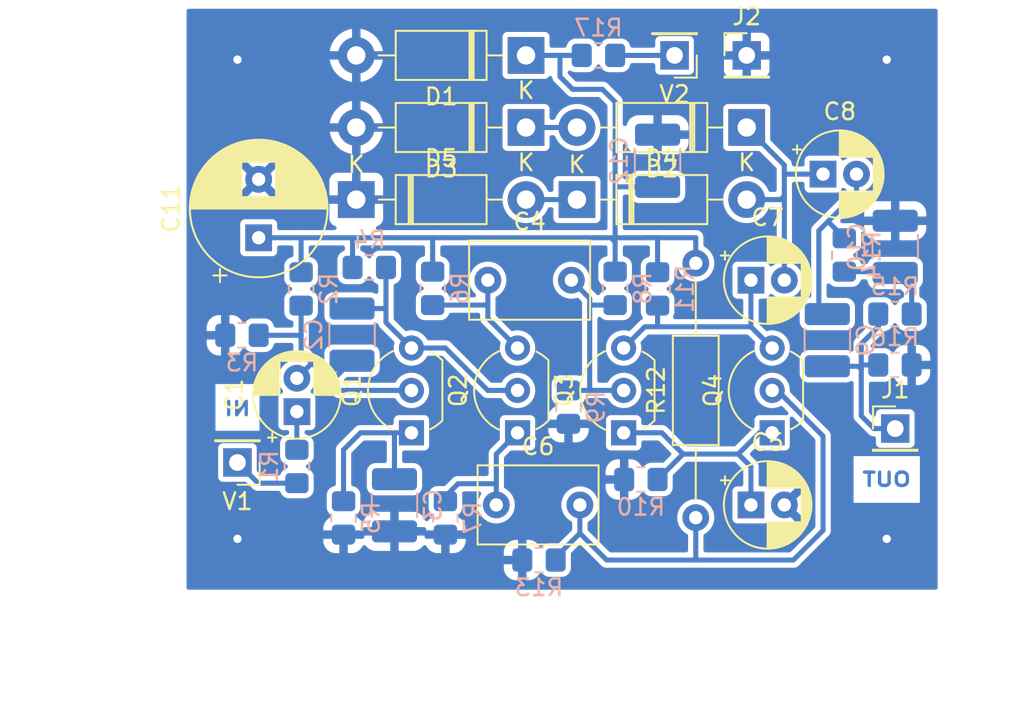
<source format=kicad_pcb>
(kicad_pcb (version 20211014) (generator pcbnew)
  (layers (0 "F.Cu" signal) (31 "B.Cu" signal) (34 "B.Paste" user) (35 "F.Paste" user) (36 "B.SilkS" user "B.Silkscreen") (37 "F.SilkS" user "F.Silkscreen") (38 "B.Mask" user) (39 "F.Mask" user) (44 "Edge.Cuts" user))
  (net 0 "")
  (net 1 "Net-(C1-Pad2)")
  (net 2 "Net-(C1-Pad1)")
  (net 3 "Net-(C2-Pad1)")
  (net 4 "Net-(C3-Pad2)")
  (net 5 "GND")
  (net 6 "Net-(C4-Pad2)")
  (net 7 "Net-(C4-Pad1)")
  (net 8 "Net-(C5-Pad1)")
  (net 9 "Net-(C6-Pad2)")
  (net 10 "Net-(C6-Pad1)")
  (net 11 "MID")
  (net 12 "Net-(C7-Pad1)")
  (net 13 "Net-(C8-Pad2)")
  (net 14 "OUT")
  (net 15 "Net-(C10-Pad2)")
  (net 16 "IN")
  (net 17 "+9V")
  (net 18 "SUPPLY")
  (net 19 "Net-(D2-Pad2)")
  (net 20 "Net-(D4-Pad1)")
  (footprint "Capacitor_THT:CP_Radial_D5.0mm_P2.00mm" (layer "F.Cu") (at 36.83 51.308 90)
    (fp_text reference "C1" (at 1 -3.75 90) (layer "F.SilkS"))
    (fp_text value "10u")
    (pad "1" thru_hole rect locked (at 0 0 90) (size 1.6 1.6) (drill 0.8) (layers *.Cu *.Mask) (net 2 "Net-(C1-Pad1)"))
    (pad "2" thru_hole circle locked (at 2 0 90) (size 1.6 1.6) (drill 0.8) (layers *.Cu *.Mask) (net 1 "Net-(C1-Pad2)"))
  )
  (footprint "Capacitor_THT:C_Rect_L7.0mm_W4.5mm_P5.00mm" (layer "F.Cu") (at 48.26 43.434)
    (fp_text reference "C4" (at 2.5 -3.5) (layer "F.SilkS"))
    (fp_text value "1u")
    (pad "1" thru_hole circle locked (at 0 0) (size 1.6 1.6) (drill 0.8) (layers *.Cu *.Mask) (net 7 "Net-(C4-Pad1)"))
    (pad "2" thru_hole circle locked (at 5 0) (size 1.6 1.6) (drill 0.8) (layers *.Cu *.Mask) (net 6 "Net-(C4-Pad2)"))
  )
  (footprint "Capacitor_THT:CP_Radial_D5.0mm_P2.00mm" (layer "F.Cu") (at 64.008 56.896)
    (fp_text reference "C5" (at 1 -3.75) (layer "F.SilkS"))
    (fp_text value "10u")
    (pad "1" thru_hole rect locked (at 0 0) (size 1.6 1.6) (drill 0.8) (layers *.Cu *.Mask) (net 8 "Net-(C5-Pad1)"))
    (pad "2" thru_hole circle locked (at 2 0) (size 1.6 1.6) (drill 0.8) (layers *.Cu *.Mask) (net 5 "GND"))
  )
  (footprint "Capacitor_THT:C_Rect_L7.0mm_W4.5mm_P5.00mm" (layer "F.Cu") (at 48.768 56.896)
    (fp_text reference "C6" (at 2.5 -3.5) (layer "F.SilkS"))
    (fp_text value "1u")
    (pad "1" thru_hole circle locked (at 0 0) (size 1.6 1.6) (drill 0.8) (layers *.Cu *.Mask) (net 10 "Net-(C6-Pad1)"))
    (pad "2" thru_hole circle locked (at 5 0) (size 1.6 1.6) (drill 0.8) (layers *.Cu *.Mask) (net 9 "Net-(C6-Pad2)"))
  )
  (footprint "Capacitor_THT:CP_Radial_D5.0mm_P2.00mm" (layer "F.Cu") (at 64.008 43.434)
    (fp_text reference "C7" (at 1 -3.75) (layer "F.SilkS"))
    (fp_text value "10u")
    (pad "1" thru_hole rect locked (at 0 0) (size 1.6 1.6) (drill 0.8) (layers *.Cu *.Mask) (net 12 "Net-(C7-Pad1)"))
    (pad "2" thru_hole circle locked (at 2 0) (size 1.6 1.6) (drill 0.8) (layers *.Cu *.Mask) (net 11 "MID"))
  )
  (footprint "Capacitor_THT:CP_Radial_D5.0mm_P2.00mm" (layer "F.Cu") (at 68.326 37.084)
    (fp_text reference "C8" (at 1 -3.75) (layer "F.SilkS"))
    (fp_text value "10u")
    (pad "1" thru_hole rect locked (at 0 0) (size 1.6 1.6) (drill 0.8) (layers *.Cu *.Mask) (net 11 "MID"))
    (pad "2" thru_hole circle locked (at 2 0) (size 1.6 1.6) (drill 0.8) (layers *.Cu *.Mask) (net 13 "Net-(C8-Pad2)"))
  )
  (footprint "Package_TO_SOT_THT:TO-92_Inline_Wide" (layer "F.Cu") (at 43.688 52.578 90)
    (fp_text reference "Q1" (at 2.54 -3.56 90) (layer "F.SilkS"))
    (fp_text value "2N2219")
    (pad "1" thru_hole rect locked (at 0 0 90) (size 1.5 1.5) (drill 0.8) (layers *.Cu *.Mask) (net 4 "Net-(C3-Pad2)"))
    (pad "2" thru_hole circle locked (at 2.54 0 90) (size 1.5 1.5) (drill 0.8) (layers *.Cu *.Mask) (net 1 "Net-(C1-Pad2)"))
    (pad "3" thru_hole circle locked (at 5.08 0 90) (size 1.5 1.5) (drill 0.8) (layers *.Cu *.Mask) (net 3 "Net-(C2-Pad1)"))
  )
  (footprint "Package_TO_SOT_THT:TO-92_Inline_Wide" (layer "F.Cu") (at 50.038 52.578 90)
    (fp_text reference "Q2" (at 2.54 -3.56 90) (layer "F.SilkS"))
    (fp_text value "2N2219")
    (pad "1" thru_hole rect locked (at 0 0 90) (size 1.5 1.5) (drill 0.8) (layers *.Cu *.Mask) (net 10 "Net-(C6-Pad1)"))
    (pad "2" thru_hole circle locked (at 2.54 0 90) (size 1.5 1.5) (drill 0.8) (layers *.Cu *.Mask) (net 3 "Net-(C2-Pad1)"))
    (pad "3" thru_hole circle locked (at 5.08 0 90) (size 1.5 1.5) (drill 0.8) (layers *.Cu *.Mask) (net 7 "Net-(C4-Pad1)"))
  )
  (footprint "Package_TO_SOT_THT:TO-92_Inline_Wide" (layer "F.Cu") (at 56.388 52.578 90)
    (fp_text reference "Q3" (at 2.54 -3.56 90) (layer "F.SilkS"))
    (fp_text value "2N2219")
    (pad "1" thru_hole rect locked (at 0 0 90) (size 1.5 1.5) (drill 0.8) (layers *.Cu *.Mask) (net 8 "Net-(C5-Pad1)"))
    (pad "2" thru_hole circle locked (at 2.54 0 90) (size 1.5 1.5) (drill 0.8) (layers *.Cu *.Mask) (net 6 "Net-(C4-Pad2)"))
    (pad "3" thru_hole circle locked (at 5.08 0 90) (size 1.5 1.5) (drill 0.8) (layers *.Cu *.Mask) (net 12 "Net-(C7-Pad1)"))
  )
  (footprint "Package_TO_SOT_THT:TO-92_Inline_Wide" (layer "F.Cu") (at 65.278 52.578 90)
    (fp_text reference "Q4" (at 2.54 -3.56 90) (layer "F.SilkS"))
    (fp_text value "2N2219")
    (pad "1" thru_hole rect locked (at 0 0 90) (size 1.5 1.5) (drill 0.8) (layers *.Cu *.Mask) (net 8 "Net-(C5-Pad1)"))
    (pad "2" thru_hole circle locked (at 2.54 0 90) (size 1.5 1.5) (drill 0.8) (layers *.Cu *.Mask) (net 9 "Net-(C6-Pad2)"))
    (pad "3" thru_hole circle locked (at 5.08 0 90) (size 1.5 1.5) (drill 0.8) (layers *.Cu *.Mask) (net 12 "Net-(C7-Pad1)"))
  )
  (footprint "Resistor_THT:R_Axial_DIN0207_L6.3mm_D2.5mm_P15.24mm_Horizontal" (layer "F.Cu") (at 60.706 57.658 90)
    (fp_text reference "R12" (at 7.62 -2.37 270) (layer "F.SilkS"))
    (fp_text value "100k")
    (pad "1" thru_hole circle locked (at 0 0 90) (size 1.6 1.6) (drill 0.8) (layers *.Cu *.Mask) (net 9 "Net-(C6-Pad2)"))
    (pad "2" thru_hole oval locked (at 15.24 0 90) (size 1.6 1.6) (drill 0.8) (layers *.Cu *.Mask) (net 17 "+9V"))
  )
  (footprint "Connector_PinHeader_2.54mm:PinHeader_1x01_P2.54mm_Vertical" (layer "F.Cu") (at 59.436 29.972 180)
    (fp_text reference "V2" (at 0 -2.33) (layer "F.SilkS"))
    (fp_text value "VSOURCE")
    (pad "1" thru_hole rect locked (at 0 0 180) (size 1.7 1.7) (drill 1) (layers *.Cu *.Mask) (net 18 "SUPPLY"))
  )
  (footprint "Capacitor_THT:CP_Radial_D8.0mm_P3.50mm" (layer "F.Cu") (at 34.544 40.894 90)
    (fp_text reference "C11" (at 1.75 -5.25 90) (layer "F.SilkS"))
    (fp_text value "100u")
    (pad "1" thru_hole rect locked (at 0 0 90) (size 1.6 1.6) (drill 0.8) (layers *.Cu *.Mask) (net 17 "+9V"))
    (pad "2" thru_hole circle locked (at 3.5 0 90) (size 1.6 1.6) (drill 0.8) (layers *.Cu *.Mask) (net 5 "GND"))
  )
  (footprint "Connector_PinHeader_2.54mm:PinHeader_1x01_P2.54mm_Vertical" (layer "F.Cu") (at 72.644 52.324)
    (fp_text reference "J1" (at 0 -2.33) (layer "F.SilkS"))
    (fp_text value "Conn_01x01_Female")
    (pad "1" thru_hole rect locked (at 0 0) (size 1.7 1.7) (drill 1) (layers *.Cu *.Mask) (net 14 "OUT"))
  )
  (footprint "Connector_PinHeader_2.54mm:PinHeader_1x01_P2.54mm_Vertical" (layer "F.Cu") (at 33.274 54.356 180)
    (fp_text reference "V1" (at 0 -2.33) (layer "F.SilkS"))
    (fp_text value "VSOURCE")
    (pad "1" thru_hole rect locked (at 0 0 180) (size 1.7 1.7) (drill 1) (layers *.Cu *.Mask) (net 16 "IN"))
  )
  (footprint "Connector_PinHeader_2.54mm:PinHeader_1x01_P2.54mm_Vertical" (layer "F.Cu") (at 63.754 29.972)
    (fp_text reference "J2" (at 0 -2.33) (layer "F.SilkS"))
    (fp_text value "Conn_01x01_Female")
    (pad "1" thru_hole rect locked (at 0 0) (size 1.7 1.7) (drill 1) (layers *.Cu *.Mask) (net 5 "GND"))
  )
  (footprint "Diode_THT:D_DO-41_SOD81_P10.16mm_Horizontal" (layer "F.Cu") (at 50.546 29.972 180)
    (fp_text reference "D1" (at 5.08 -2.47) (layer "F.SilkS"))
    (fp_text value "1N4007")
    (fp_text user "K" (at 0 -2.1) (layer "F.SilkS"))
    (pad "1" thru_hole rect locked (at 0 0 180) (size 2.2 2.2) (drill 1.1) (layers *.Cu *.Mask) (net 17 "+9V"))
    (pad "2" thru_hole oval locked (at 10.16 0 180) (size 2.2 2.2) (drill 1.1) (layers *.Cu *.Mask) (net 5 "GND"))
  )
  (footprint "Diode_THT:D_DO-41_SOD81_P10.16mm_Horizontal" (layer "F.Cu") (at 63.754 34.29 180)
    (fp_text reference "D2" (at 5.08 -2.47) (layer "F.SilkS"))
    (fp_text value "1N4007")
    (fp_text user "K" (at 0 -2.1) (layer "F.SilkS"))
    (pad "1" thru_hole rect locked (at 0 0 180) (size 2.2 2.2) (drill 1.1) (layers *.Cu *.Mask) (net 11 "MID"))
    (pad "2" thru_hole oval locked (at 10.16 0 180) (size 2.2 2.2) (drill 1.1) (layers *.Cu *.Mask) (net 19 "Net-(D2-Pad2)"))
  )
  (footprint "Diode_THT:D_DO-41_SOD81_P10.16mm_Horizontal" (layer "F.Cu") (at 50.546 34.29 180)
    (fp_text reference "D3" (at 5.08 -2.47) (layer "F.SilkS"))
    (fp_text value "1N4007")
    (fp_text user "K" (at 0 -2.1) (layer "F.SilkS"))
    (pad "1" thru_hole rect locked (at 0 0 180) (size 2.2 2.2) (drill 1.1) (layers *.Cu *.Mask) (net 19 "Net-(D2-Pad2)"))
    (pad "2" thru_hole oval locked (at 10.16 0 180) (size 2.2 2.2) (drill 1.1) (layers *.Cu *.Mask) (net 5 "GND"))
  )
  (footprint "Diode_THT:D_DO-41_SOD81_P10.16mm_Horizontal" (layer "F.Cu") (at 40.386 38.608)
    (fp_text reference "D5" (at 5.08 -2.47) (layer "F.SilkS"))
    (fp_text value "1N4007")
    (fp_text user "K" (at 0 -2.1) (layer "F.SilkS"))
    (pad "1" thru_hole rect locked (at 0 0) (size 2.2 2.2) (drill 1.1) (layers *.Cu *.Mask) (net 5 "GND"))
    (pad "2" thru_hole oval locked (at 10.16 0) (size 2.2 2.2) (drill 1.1) (layers *.Cu *.Mask) (net 20 "Net-(D4-Pad1)"))
  )
  (footprint "Diode_THT:D_DO-41_SOD81_P10.16mm_Horizontal" (layer "F.Cu") (at 53.594 38.608)
    (fp_text reference "D4" (at 5.08 -2.47) (layer "F.SilkS"))
    (fp_text value "1N4007")
    (fp_text user "K" (at 0 -2.1) (layer "F.SilkS"))
    (pad "1" thru_hole rect locked (at 0 0) (size 2.2 2.2) (drill 1.1) (layers *.Cu *.Mask) (net 20 "Net-(D4-Pad1)"))
    (pad "2" thru_hole oval locked (at 10.16 0) (size 2.2 2.2) (drill 1.1) (layers *.Cu *.Mask) (net 11 "MID"))
  )
  (footprint "Capacitor_SMD:C_1210_3225Metric_Pad1.33x2.70mm_HandSolder" (layer "B.Cu") (at 42.672 56.9175 90)
    (fp_text reference "C3" (at 0 2.3 90) (layer "B.SilkS") (effects (justify mirror)))
    (fp_text value "100n")
    (pad "1" smd roundrect locked (at -1.5625 0 90) (size 1.325 2.7) (layers "B.Cu" "B.Paste" "B.Mask") (roundrect_rratio 0.1886784906) (net 5 "GND"))
    (pad "2" smd roundrect locked (at 1.5625 0 90) (size 1.325 2.7) (layers "B.Cu" "B.Paste" "B.Mask") (roundrect_rratio 0.1886784906) (net 4 "Net-(C3-Pad2)"))
  )
  (footprint "Capacitor_SMD:C_1210_3225Metric_Pad1.33x2.70mm_HandSolder" (layer "B.Cu") (at 68.58 47.0285 90)
    (fp_text reference "C9" (at 0 2.3 90) (layer "B.SilkS") (effects (justify mirror)))
    (fp_text value "1n")
    (pad "1" smd roundrect locked (at -1.5625 0 90) (size 1.325 2.7) (layers "B.Cu" "B.Paste" "B.Mask") (roundrect_rratio 0.1886784906) (net 14 "OUT"))
    (pad "2" smd roundrect locked (at 1.5625 0 90) (size 1.325 2.7) (layers "B.Cu" "B.Paste" "B.Mask") (roundrect_rratio 0.1886784906) (net 13 "Net-(C8-Pad2)"))
  )
  (footprint "Capacitor_SMD:C_1210_3225Metric_Pad1.33x2.70mm_HandSolder" (layer "B.Cu") (at 72.644 41.4405 -90)
    (fp_text reference "C10" (at 0 2.3 90) (layer "B.SilkS") (effects (justify mirror)))
    (fp_text value "22n")
    (pad "1" smd roundrect locked (at -1.5625 0 270) (size 1.325 2.7) (layers "B.Cu" "B.Paste" "B.Mask") (roundrect_rratio 0.1886784906) (net 5 "GND"))
    (pad "2" smd roundrect locked (at 1.5625 0 270) (size 1.325 2.7) (layers "B.Cu" "B.Paste" "B.Mask") (roundrect_rratio 0.1886784906) (net 15 "Net-(C10-Pad2)"))
  )
  (footprint "Resistor_SMD:R_0805_2012Metric_Pad1.20x1.40mm_HandSolder" (layer "B.Cu") (at 36.83 54.594 -90)
    (fp_text reference "R1" (at 0 1.65 90) (layer "B.SilkS") (effects (justify mirror)))
    (fp_text value "22k")
    (pad "1" smd roundrect locked (at -1 0 270) (size 1.2 1.4) (layers "B.Cu" "B.Paste" "B.Mask") (roundrect_rratio 0.2083325) (net 2 "Net-(C1-Pad1)"))
    (pad "2" smd roundrect locked (at 1 0 270) (size 1.2 1.4) (layers "B.Cu" "B.Paste" "B.Mask") (roundrect_rratio 0.2083325) (net 16 "IN"))
  )
  (footprint "Resistor_SMD:R_0805_2012Metric_Pad1.20x1.40mm_HandSolder" (layer "B.Cu") (at 37.084 43.958 90)
    (fp_text reference "R2" (at 0 1.65 90) (layer "B.SilkS") (effects (justify mirror)))
    (fp_text value "100k")
    (pad "1" smd roundrect locked (at -1 0 90) (size 1.2 1.4) (layers "B.Cu" "B.Paste" "B.Mask") (roundrect_rratio 0.2083325) (net 1 "Net-(C1-Pad2)"))
    (pad "2" smd roundrect locked (at 1 0 90) (size 1.2 1.4) (layers "B.Cu" "B.Paste" "B.Mask") (roundrect_rratio 0.2083325) (net 17 "+9V"))
  )
  (footprint "Resistor_SMD:R_0805_2012Metric_Pad1.20x1.40mm_HandSolder" (layer "B.Cu") (at 33.544 46.736)
    (fp_text reference "R3" (at 0 1.65) (layer "B.SilkS") (effects (justify mirror)))
    (fp_text value "10k")
    (pad "1" smd roundrect locked (at -1 0) (size 1.2 1.4) (layers "B.Cu" "B.Paste" "B.Mask") (roundrect_rratio 0.2083325) (net 5 "GND"))
    (pad "2" smd roundrect locked (at 1 0) (size 1.2 1.4) (layers "B.Cu" "B.Paste" "B.Mask") (roundrect_rratio 0.2083325) (net 1 "Net-(C1-Pad2)"))
  )
  (footprint "Resistor_SMD:R_0805_2012Metric_Pad1.20x1.40mm_HandSolder" (layer "B.Cu") (at 41.164 42.672 180)
    (fp_text reference "R4" (at 0 1.65) (layer "B.SilkS") (effects (justify mirror)))
    (fp_text value "47k")
    (pad "1" smd roundrect locked (at -1 0 180) (size 1.2 1.4) (layers "B.Cu" "B.Paste" "B.Mask") (roundrect_rratio 0.2083325) (net 3 "Net-(C2-Pad1)"))
    (pad "2" smd roundrect locked (at 1 0 180) (size 1.2 1.4) (layers "B.Cu" "B.Paste" "B.Mask") (roundrect_rratio 0.2083325) (net 17 "+9V"))
  )
  (footprint "Resistor_SMD:R_0805_2012Metric_Pad1.20x1.40mm_HandSolder" (layer "B.Cu") (at 44.958 43.926 90)
    (fp_text reference "R6" (at 0 1.65 90) (layer "B.SilkS") (effects (justify mirror)))
    (fp_text value "10k")
    (pad "1" smd roundrect locked (at -1 0 90) (size 1.2 1.4) (layers "B.Cu" "B.Paste" "B.Mask") (roundrect_rratio 0.2083325) (net 7 "Net-(C4-Pad1)"))
    (pad "2" smd roundrect locked (at 1 0 90) (size 1.2 1.4) (layers "B.Cu" "B.Paste" "B.Mask") (roundrect_rratio 0.2083325) (net 17 "+9V"))
  )
  (footprint "Resistor_SMD:R_0805_2012Metric_Pad1.20x1.40mm_HandSolder" (layer "B.Cu") (at 45.72 57.674 90)
    (fp_text reference "R7" (at 0 1.65 90) (layer "B.SilkS") (effects (justify mirror)))
    (fp_text value "10k")
    (pad "1" smd roundrect locked (at -1 0 90) (size 1.2 1.4) (layers "B.Cu" "B.Paste" "B.Mask") (roundrect_rratio 0.2083325) (net 5 "GND"))
    (pad "2" smd roundrect locked (at 1 0 90) (size 1.2 1.4) (layers "B.Cu" "B.Paste" "B.Mask") (roundrect_rratio 0.2083325) (net 10 "Net-(C6-Pad1)"))
  )
  (footprint "Resistor_SMD:R_0805_2012Metric_Pad1.20x1.40mm_HandSolder" (layer "B.Cu") (at 55.88 43.926 90)
    (fp_text reference "R8" (at 0 1.65 90) (layer "B.SilkS") (effects (justify mirror)))
    (fp_text value "100k")
    (pad "1" smd roundrect locked (at -1 0 90) (size 1.2 1.4) (layers "B.Cu" "B.Paste" "B.Mask") (roundrect_rratio 0.2083325) (net 6 "Net-(C4-Pad2)"))
    (pad "2" smd roundrect locked (at 1 0 90) (size 1.2 1.4) (layers "B.Cu" "B.Paste" "B.Mask") (roundrect_rratio 0.2083325) (net 17 "+9V"))
  )
  (footprint "Resistor_SMD:R_0805_2012Metric_Pad1.20x1.40mm_HandSolder" (layer "B.Cu") (at 53.086 51.038 90)
    (fp_text reference "R9" (at 0 1.65 90) (layer "B.SilkS") (effects (justify mirror)))
    (fp_text value "10k")
    (pad "1" smd roundrect locked (at -1 0 90) (size 1.2 1.4) (layers "B.Cu" "B.Paste" "B.Mask") (roundrect_rratio 0.2083325) (net 5 "GND"))
    (pad "2" smd roundrect locked (at 1 0 90) (size 1.2 1.4) (layers "B.Cu" "B.Paste" "B.Mask") (roundrect_rratio 0.2083325) (net 6 "Net-(C4-Pad2)"))
  )
  (footprint "Resistor_SMD:R_0805_2012Metric_Pad1.20x1.40mm_HandSolder" (layer "B.Cu") (at 57.42 55.372)
    (fp_text reference "R10" (at 0 1.65) (layer "B.SilkS") (effects (justify mirror)))
    (fp_text value "1.8k")
    (pad "1" smd roundrect locked (at -1 0) (size 1.2 1.4) (layers "B.Cu" "B.Paste" "B.Mask") (roundrect_rratio 0.2083325) (net 5 "GND"))
    (pad "2" smd roundrect locked (at 1 0) (size 1.2 1.4) (layers "B.Cu" "B.Paste" "B.Mask") (roundrect_rratio 0.2083325) (net 8 "Net-(C5-Pad1)"))
  )
  (footprint "Resistor_SMD:R_0805_2012Metric_Pad1.20x1.40mm_HandSolder" (layer "B.Cu") (at 58.42 43.958 90)
    (fp_text reference "R11" (at 0 1.65 90) (layer "B.SilkS") (effects (justify mirror)))
    (fp_text value "22k")
    (pad "1" smd roundrect locked (at -1 0 90) (size 1.2 1.4) (layers "B.Cu" "B.Paste" "B.Mask") (roundrect_rratio 0.2083325) (net 12 "Net-(C7-Pad1)"))
    (pad "2" smd roundrect locked (at 1 0 90) (size 1.2 1.4) (layers "B.Cu" "B.Paste" "B.Mask") (roundrect_rratio 0.2083325) (net 17 "+9V"))
  )
  (footprint "Resistor_SMD:R_0805_2012Metric_Pad1.20x1.40mm_HandSolder" (layer "B.Cu") (at 51.324 60.198)
    (fp_text reference "R13" (at 0 1.65) (layer "B.SilkS") (effects (justify mirror)))
    (fp_text value "10k")
    (pad "1" smd roundrect locked (at -1 0) (size 1.2 1.4) (layers "B.Cu" "B.Paste" "B.Mask") (roundrect_rratio 0.2083325) (net 5 "GND"))
    (pad "2" smd roundrect locked (at 1 0) (size 1.2 1.4) (layers "B.Cu" "B.Paste" "B.Mask") (roundrect_rratio 0.2083325) (net 9 "Net-(C6-Pad2)"))
  )
  (footprint "Resistor_SMD:R_0805_2012Metric_Pad1.20x1.40mm_HandSolder" (layer "B.Cu") (at 72.628 48.514 180)
    (fp_text reference "R16" (at 0 1.65) (layer "B.SilkS") (effects (justify mirror)))
    (fp_text value "330k")
    (pad "1" smd roundrect locked (at -1 0 180) (size 1.2 1.4) (layers "B.Cu" "B.Paste" "B.Mask") (roundrect_rratio 0.2083325) (net 5 "GND"))
    (pad "2" smd roundrect locked (at 1 0 180) (size 1.2 1.4) (layers "B.Cu" "B.Paste" "B.Mask") (roundrect_rratio 0.2083325) (net 14 "OUT"))
  )
  (footprint "Capacitor_SMD:C_1210_3225Metric_Pad1.33x2.70mm_HandSolder" (layer "B.Cu") (at 40.132 46.6975 -90)
    (fp_text reference "C2" (at 0 2.3 90) (layer "B.SilkS") (effects (justify mirror)))
    (fp_text value "2.2n")
    (pad "1" smd roundrect locked (at -1.5625 0 270) (size 1.325 2.7) (layers "B.Cu" "B.Paste" "B.Mask") (roundrect_rratio 0.1886784906) (net 3 "Net-(C2-Pad1)"))
    (pad "2" smd roundrect locked (at 1.5625 0 270) (size 1.325 2.7) (layers "B.Cu" "B.Paste" "B.Mask") (roundrect_rratio 0.1886784906) (net 1 "Net-(C1-Pad2)"))
  )
  (footprint "Resistor_SMD:R_0805_2012Metric_Pad1.20x1.40mm_HandSolder" (layer "B.Cu") (at 39.624 57.674 90)
    (fp_text reference "R5" (at 0 1.65 90) (layer "B.SilkS") (effects (justify mirror)))
    (fp_text value "1.8k")
    (pad "1" smd roundrect locked (at -1 0 90) (size 1.2 1.4) (layers "B.Cu" "B.Paste" "B.Mask") (roundrect_rratio 0.2083325) (net 5 "GND"))
    (pad "2" smd roundrect locked (at 1 0 90) (size 1.2 1.4) (layers "B.Cu" "B.Paste" "B.Mask") (roundrect_rratio 0.2083325) (net 4 "Net-(C3-Pad2)"))
  )
  (footprint "Resistor_SMD:R_0805_2012Metric_Pad1.20x1.40mm_HandSolder" (layer "B.Cu") (at 69.596 41.926 90)
    (fp_text reference "R14" (at 0 1.65 90) (layer "B.SilkS") (effects (justify mirror)))
    (fp_text value "100k")
    (pad "1" smd roundrect locked (at -1 0 90) (size 1.2 1.4) (layers "B.Cu" "B.Paste" "B.Mask") (roundrect_rratio 0.2083325) (net 15 "Net-(C10-Pad2)"))
    (pad "2" smd roundrect locked (at 1 0 90) (size 1.2 1.4) (layers "B.Cu" "B.Paste" "B.Mask") (roundrect_rratio 0.2083325) (net 13 "Net-(C8-Pad2)"))
  )
  (footprint "Capacitor_SMD:C_1210_3225Metric_Pad1.33x2.70mm_HandSolder" (layer "B.Cu") (at 58.42 36.2835 -90)
    (fp_text reference "C12" (at 0 2.3 90) (layer "B.SilkS") (effects (justify mirror)))
    (fp_text value "100n")
    (pad "1" smd roundrect locked (at -1.5625 0 270) (size 1.325 2.7) (layers "B.Cu" "B.Paste" "B.Mask") (roundrect_rratio 0.1886784906) (net 5 "GND"))
    (pad "2" smd roundrect locked (at 1.5625 0 270) (size 1.325 2.7) (layers "B.Cu" "B.Paste" "B.Mask") (roundrect_rratio 0.1886784906) (net 17 "+9V"))
  )
  (footprint "Resistor_SMD:R_0805_2012Metric_Pad1.20x1.40mm_HandSolder" (layer "B.Cu") (at 54.88 29.972 180)
    (fp_text reference "R17" (at 0 1.65) (layer "B.SilkS") (effects (justify mirror)))
    (fp_text value "100")
    (pad "1" smd roundrect locked (at -1 0 180) (size 1.2 1.4) (layers "B.Cu" "B.Paste" "B.Mask") (roundrect_rratio 0.2083325) (net 18 "SUPPLY"))
    (pad "2" smd roundrect locked (at 1 0 180) (size 1.2 1.4) (layers "B.Cu" "B.Paste" "B.Mask") (roundrect_rratio 0.2083325) (net 17 "+9V"))
  )
  (footprint "Resistor_SMD:R_0805_2012Metric_Pad1.20x1.40mm_HandSolder" (layer "B.Cu") (at 72.628 45.466 180)
    (fp_text reference "R15" (at 0 1.65) (layer "B.SilkS") (effects (justify mirror)))
    (fp_text value "47k")
    (pad "1" smd roundrect locked (at -1 0 180) (size 1.2 1.4) (layers "B.Cu" "B.Paste" "B.Mask") (roundrect_rratio 0.2083325) (net 15 "Net-(C10-Pad2)"))
    (pad "2" smd roundrect locked (at 1 0 180) (size 1.2 1.4) (layers "B.Cu" "B.Paste" "B.Mask") (roundrect_rratio 0.2083325) (net 14 "OUT"))
  )
  (gr_text "IN" (at 33.274 51.054 180) (layer "B.Cu") (effects (font (size 0.8 1) (thickness 0.2)) (justify mirror)))
  (gr_text "OUT" (at 72.136 55.372) (layer "B.Cu") (effects (font (size 0.8 1) (thickness 0.2)) (justify mirror)))
  (segment (start 38.735 49.403) (end 37.719 48.387) (width 0.3048) (layer "B.Cu") (net 1))
  (segment (start 37.084 46.736) (end 34.544 46.736) (width 0.3048) (layer "B.Cu") (net 1))
  (segment (start 40.132 48.26) (end 38.989 49.403) (width 0.3048) (layer "B.Cu") (net 1))
  (segment (start 43.688 50.038) (end 39.37 50.038) (width 0.3048) (layer "B.Cu") (net 1))
  (segment (start 37.084 47.752) (end 37.084 46.736) (width 0.3048) (layer "B.Cu") (net 1))
  (segment (start 37.719 48.419) (end 37.719 48.387) (width 0.3048) (layer "B.Cu") (net 1))
  (segment (start 38.989 49.403) (end 38.735 49.403) (width 0.3048) (layer "B.Cu") (net 1))
  (segment (start 36.83 49.308) (end 37.719 48.419) (width 0.3048) (layer "B.Cu") (net 1))
  (segment (start 37.719 48.387) (end 37.084 47.752) (width 0.3048) (layer "B.Cu") (net 1))
  (segment (start 37.084 46.736) (end 37.084 44.958) (width 0.3048) (layer "B.Cu") (net 1))
  (segment (start 39.37 50.038) (end 38.735 49.403) (width 0.3048) (layer "B.Cu") (net 1))
  (segment (start 36.83 51.308) (end 36.83 53.594) (width 0.3048) (layer "B.Cu") (net 2))
  (segment (start 42.147 44.687) (end 42.164 44.704) (width 0.3048) (layer "B.Cu") (net 3))
  (segment (start 42.164 44.704) (end 42.164 45.212) (width 0.3048) (layer "B.Cu") (net 3))
  (segment (start 48.26 50.038) (end 50.038 50.038) (width 0.3048) (layer "B.Cu") (net 3))
  (segment (start 42.164 45.974) (end 43.688 47.498) (width 0.3048) (layer "B.Cu") (net 3))
  (segment (start 42.164 45.212) (end 42.164 45.974) (width 0.3048) (layer "B.Cu") (net 3))
  (segment (start 42.087 45.135) (end 42.164 45.212) (width 0.3048) (layer "B.Cu") (net 3))
  (segment (start 43.688 47.498) (end 45.72 47.498) (width 0.3048) (layer "B.Cu") (net 3))
  (segment (start 42.164 42.672) (end 42.164 44.704) (width 0.3048) (layer "B.Cu") (net 3))
  (segment (start 40.132 45.135) (end 42.087 45.135) (width 0.3048) (layer "B.Cu") (net 3))
  (segment (start 45.72 47.498) (end 48.26 50.038) (width 0.3048) (layer "B.Cu") (net 3))
  (segment (start 42.672 52.578) (end 40.64 52.578) (width 0.3048) (layer "B.Cu") (net 4))
  (segment (start 39.624 53.594) (end 39.624 56.388) (width 0.3048) (layer "B.Cu") (net 4))
  (segment (start 43.688 52.578) (end 42.672 52.578) (width 0.3048) (layer "B.Cu") (net 4))
  (segment (start 42.672 55.355) (end 42.672 52.578) (width 0.3048) (layer "B.Cu") (net 4))
  (segment (start 40.64 52.578) (end 39.624 53.594) (width 0.3048) (layer "B.Cu") (net 4))
  (via (at 33.274 30.226) (size 1) (drill 0.5) (layers "F.Cu" "B.Cu") (net 5))
  (via (at 72.136 30.226) (size 1) (drill 0.5) (layers "F.Cu" "B.Cu") (net 5))
  (via (at 72.136 58.928) (size 1) (drill 0.5) (layers "F.Cu" "B.Cu") (net 5))
  (via (at 33.274 58.928) (size 1) (drill 0.5) (layers "F.Cu" "B.Cu") (net 5))
  (segment (start 54.356 44.53) (end 53.26 43.434) (width 0.3048) (layer "B.Cu") (net 6))
  (segment (start 55.88 44.926) (end 54.388 44.926) (width 0.3048) (layer "B.Cu") (net 6))
  (segment (start 54.356 50.038) (end 54.356 44.958) (width 0.3048) (layer "B.Cu") (net 6))
  (segment (start 56.388 50.038) (end 54.356 50.038) (width 0.3048) (layer "B.Cu") (net 6))
  (segment (start 54.388 44.926) (end 54.356 44.958) (width 0.3048) (layer "B.Cu") (net 6))
  (segment (start 54.356 44.958) (end 54.356 44.53) (width 0.3048) (layer "B.Cu") (net 6))
  (segment (start 54.356 50.038) (end 53.086 50.038) (width 0.3048) (layer "B.Cu") (net 6))
  (segment (start 48.228 44.926) (end 48.26 44.958) (width 0.3048) (layer "B.Cu") (net 7))
  (segment (start 48.26 44.958) (end 48.26 45.72) (width 0.3048) (layer "B.Cu") (net 7))
  (segment (start 48.26 43.434) (end 48.26 44.958) (width 0.3048) (layer "B.Cu") (net 7))
  (segment (start 44.958 44.926) (end 48.228 44.926) (width 0.3048) (layer "B.Cu") (net 7))
  (segment (start 48.26 45.72) (end 50.038 47.498) (width 0.3048) (layer "B.Cu") (net 7))
  (segment (start 56.388 52.578) (end 58.674 52.578) (width 0.3048) (layer "B.Cu") (net 8))
  (segment (start 64.516 52.578) (end 63.246 53.848) (width 0.3048) (layer "B.Cu") (net 8))
  (segment (start 64.008 54.61) (end 64.008 56.896) (width 0.3048) (layer "B.Cu") (net 8))
  (segment (start 59.944 53.848) (end 63.246 53.848) (width 0.3048) (layer "B.Cu") (net 8))
  (segment (start 63.246 53.848) (end 64.008 54.61) (width 0.3048) (layer "B.Cu") (net 8))
  (segment (start 59.944 53.848) (end 58.42 55.372) (width 0.3048) (layer "B.Cu") (net 8))
  (segment (start 58.674 52.578) (end 59.944 53.848) (width 0.3048) (layer "B.Cu") (net 8))
  (segment (start 65.278 52.578) (end 64.516 52.578) (width 0.3048) (layer "B.Cu") (net 8))
  (segment (start 55.372 60.198) (end 53.768 58.594) (width 0.3048) (layer "B.Cu") (net 9))
  (segment (start 60.706 60.198) (end 55.372 60.198) (width 0.3048) (layer "B.Cu") (net 9))
  (segment (start 52.324 60.038) (end 53.768 58.594) (width 0.3048) (layer "B.Cu") (net 9))
  (segment (start 65.588002 50.038) (end 68.326 52.775998) (width 0.3048) (layer "B.Cu") (net 9))
  (segment (start 60.706 60.198) (end 60.706 57.658) (width 0.3048) (layer "B.Cu") (net 9))
  (segment (start 52.324 60.198) (end 52.324 60.038) (width 0.3048) (layer "B.Cu") (net 9))
  (segment (start 68.326 52.775998) (end 68.326 58.42) (width 0.3048) (layer "B.Cu") (net 9))
  (segment (start 68.326 58.42) (end 66.548 60.198) (width 0.3048) (layer "B.Cu") (net 9))
  (segment (start 53.768 58.594) (end 53.768 56.896) (width 0.3048) (layer "B.Cu") (net 9))
  (segment (start 66.548 60.198) (end 60.706 60.198) (width 0.3048) (layer "B.Cu") (net 9))
  (segment (start 65.278 50.038) (end 65.588002 50.038) (width 0.3048) (layer "B.Cu") (net 9))
  (segment (start 48.768 55.118) (end 48.768 54.61) (width 0.3048) (layer "B.Cu") (net 10))
  (segment (start 46.482 55.626) (end 45.72 56.388) (width 0.3048) (layer "B.Cu") (net 10))
  (segment (start 48.768 55.626) (end 48.768 55.118) (width 0.3048) (layer "B.Cu") (net 10))
  (segment (start 48.768 55.626) (end 46.482 55.626) (width 0.3048) (layer "B.Cu") (net 10))
  (segment (start 48.768 56.896) (end 48.768 55.626) (width 0.3048) (layer "B.Cu") (net 10))
  (segment (start 48.768 54.61) (end 48.768 53.848) (width 0.3048) (layer "B.Cu") (net 10))
  (segment (start 48.768 53.848) (end 50.038 52.578) (width 0.3048) (layer "B.Cu") (net 10))
  (segment (start 66.008 37.052) (end 66.008 36.544) (width 0.3048) (layer "B.Cu") (net 11))
  (segment (start 63.754 38.608) (end 65.786 38.608) (width 0.3048) (layer "B.Cu") (net 11))
  (segment (start 66.008 36.544) (end 63.754 34.29) (width 0.3048) (layer "B.Cu") (net 11))
  (segment (start 66.008 43.434) (end 66.008 38.386) (width 0.3048) (layer "B.Cu") (net 11))
  (segment (start 68.326 37.084) (end 66.04 37.084) (width 0.3048) (layer "B.Cu") (net 11))
  (segment (start 66.008 38.386) (end 66.008 37.052) (width 0.3048) (layer "B.Cu") (net 11))
  (segment (start 65.786 38.608) (end 66.008 38.386) (width 0.3048) (layer "B.Cu") (net 11))
  (segment (start 66.04 37.084) (end 66.008 37.052) (width 0.3048) (layer "B.Cu") (net 11))
  (segment (start 64.008 43.434) (end 64.008 46.228) (width 0.3048) (layer "B.Cu") (net 12))
  (segment (start 64.008 46.228) (end 65.278 47.498) (width 0.3048) (layer "B.Cu") (net 12))
  (segment (start 58.42 46.228) (end 57.658 46.228) (width 0.3048) (layer "B.Cu") (net 12))
  (segment (start 64.008 46.228) (end 58.42 46.228) (width 0.3048) (layer "B.Cu") (net 12))
  (segment (start 57.658 46.228) (end 56.388 47.498) (width 0.3048) (layer "B.Cu") (net 12))
  (segment (start 58.42 44.958) (end 58.42 46.228) (width 0.3048) (layer "B.Cu") (net 12))
  (segment (start 70.326 37.084) (end 70.326 38.21537) (width 0.3048) (layer "B.Cu") (net 13))
  (segment (start 69.596 40.894) (end 68.621685 39.919685) (width 0.3048) (layer "B.Cu") (net 13))
  (segment (start 69.596 40.926) (end 69.596 40.894) (width 0.3048) (layer "B.Cu") (net 13))
  (segment (start 68.621685 39.919685) (end 68.072 40.46937) (width 0.3048) (layer "B.Cu") (net 13))
  (segment (start 68.072 40.46937) (end 68.072 45.897) (width 0.3048) (layer "B.Cu") (net 13))
  (segment (start 70.326 38.21537) (end 68.621685 39.919685) (width 0.3048) (layer "B.Cu") (net 13))
  (segment (start 71.628 46.166) (end 71.628 45.466) (width 0.3048) (layer "B.Cu") (net 14))
  (segment (start 71.628 45.466) (end 71.628 46.228) (width 0.3048) (layer "B.Cu") (net 14))
  (segment (start 68.58 48.591) (end 70.435 48.591) (width 0.3048) (layer "B.Cu") (net 14))
  (segment (start 70.435 48.591) (end 70.612 48.768) (width 0.3048) (layer "B.Cu") (net 14))
  (segment (start 71.628 48.514) (end 70.612 48.514) (width 0.3048) (layer "B.Cu") (net 14))
  (segment (start 70.612 48.768) (end 70.612 51.562) (width 0.3048) (layer "B.Cu") (net 14))
  (segment (start 70.612 51.562) (end 71.374 52.324) (width 0.3048) (layer "B.Cu") (net 14))
  (segment (start 70.612 47.244) (end 70.612 48.514) (width 0.3048) (layer "B.Cu") (net 14))
  (segment (start 71.628 46.228) (end 70.612 47.244) (width 0.3048) (layer "B.Cu") (net 14))
  (segment (start 72.644 52.324) (end 71.374 52.324) (width 0.3048) (layer "B.Cu") (net 14))
  (segment (start 70.612 48.514) (end 70.612 48.768) (width 0.3048) (layer "B.Cu") (net 14))
  (segment (start 72.567 42.926) (end 72.644 43.003) (width 0.3048) (layer "B.Cu") (net 15))
  (segment (start 69.596 42.926) (end 72.567 42.926) (width 0.3048) (layer "B.Cu") (net 15))
  (segment (start 73.628 43.987) (end 72.644 43.003) (width 0.3048) (layer "B.Cu") (net 15))
  (segment (start 73.66 45.434) (end 73.628 45.466) (width 0.3048) (layer "B.Cu") (net 15))
  (segment (start 73.628 45.466) (end 73.628 43.987) (width 0.3048) (layer "B.Cu") (net 15))
  (segment (start 34.512 55.594) (end 36.83 55.594) (width 0.3048) (layer "B.Cu") (net 16))
  (segment (start 33.274 54.356) (end 34.512 55.594) (width 0.3048) (layer "B.Cu") (net 16))
  (segment (start 44.958 42.926) (end 44.958 40.894) (width 0.3048) (layer "B.Cu") (net 17))
  (segment (start 57.658 40.894) (end 60.706 40.894) (width 0.3048) (layer "B.Cu") (net 17))
  (segment (start 45.72 40.894) (end 54.61 40.894) (width 0.3048) (layer "B.Cu") (net 17))
  (segment (start 44.958 40.894) (end 45.72 40.894) (width 0.3048) (layer "B.Cu") (net 17))
  (segment (start 58.42 37.846) (end 55.88 37.846) (width 0.3048) (layer "B.Cu") (net 17))
  (segment (start 55.118 32.004) (end 55.88 32.766) (width 0.3048) (layer "B.Cu") (net 17))
  (segment (start 60.706 40.894) (end 60.706 42.418) (width 0.3048) (layer "B.Cu") (net 17))
  (segment (start 42.164 40.894) (end 44.958 40.894) (width 0.3048) (layer "B.Cu") (net 17))
  (segment (start 52.578 29.972) (end 50.546 29.972) (width 0.3048) (layer "B.Cu") (net 17))
  (segment (start 55.88 41.148) (end 55.626 40.894) (width 0.3048) (layer "B.Cu") (net 17))
  (segment (start 37.084 40.894) (end 37.084 42.958) (width 0.3048) (layer "B.Cu") (net 17))
  (segment (start 52.578 29.972) (end 52.578 31.242) (width 0.3048) (layer "B.Cu") (net 17))
  (segment (start 54.61 40.894) (end 55.626 40.894) (width 0.3048) (layer "B.Cu") (net 17))
  (segment (start 55.88 37.846) (end 55.88 40.894) (width 0.3048) (layer "B.Cu") (net 17))
  (segment (start 37.084 40.894) (end 34.544 40.894) (width 0.3048) (layer "B.Cu") (net 17))
  (segment (start 55.626 40.894) (end 55.88 40.894) (width 0.3048) (layer "B.Cu") (net 17))
  (segment (start 40.164 40.926) (end 40.132 40.894) (width 0.3048) (layer "B.Cu") (net 17))
  (segment (start 40.132 40.894) (end 37.084 40.894) (width 0.3048) (layer "B.Cu") (net 17))
  (segment (start 55.88 42.926) (end 55.88 41.148) (width 0.3048) (layer "B.Cu") (net 17))
  (segment (start 52.578 31.242) (end 53.34 32.004) (width 0.3048) (layer "B.Cu") (net 17))
  (segment (start 40.132 40.894) (end 42.164 40.894) (width 0.3048) (layer "B.Cu") (net 17))
  (segment (start 53.88 29.972) (end 52.578 29.972) (width 0.3048) (layer "B.Cu") (net 17))
  (segment (start 58.42 42.958) (end 58.42 40.894) (width 0.3048) (layer "B.Cu") (net 17))
  (segment (start 40.164 42.672) (end 40.164 40.926) (width 0.3048) (layer "B.Cu") (net 17))
  (segment (start 55.88 32.766) (end 55.88 37.846) (width 0.3048) (layer "B.Cu") (net 17))
  (segment (start 53.34 32.004) (end 55.118 32.004) (width 0.3048) (layer "B.Cu") (net 17))
  (segment (start 55.88 40.894) (end 57.658 40.894) (width 0.3048) (layer "B.Cu") (net 17))
  (segment (start 58.42 40.894) (end 57.658 40.894) (width 0.3048) (layer "B.Cu") (net 17))
  (segment (start 55.88 29.972) (end 59.436 29.972) (width 0.3048) (layer "B.Cu") (net 18))
  (segment (start 50.546 34.29) (end 53.594 34.29) (width 0.3048) (layer "B.Cu") (net 19))
  (segment (start 50.546 38.608) (end 53.594 38.608) (width 0.3048) (layer "B.Cu") (net 20))
  (zone (net 5) (net_name "GND") (layer "B.Cu") (connect_pads (clearance 0.3)) (min_thickness 0.254) (fill yes (thermal_gap 0.508) (thermal_bridge_width 0.508))
    (polygon (pts (xy 75.184 61.976) (xy 30.226 61.976) (xy 30.226 27.178) (xy 75.184 27.178)))
  )
)
</source>
